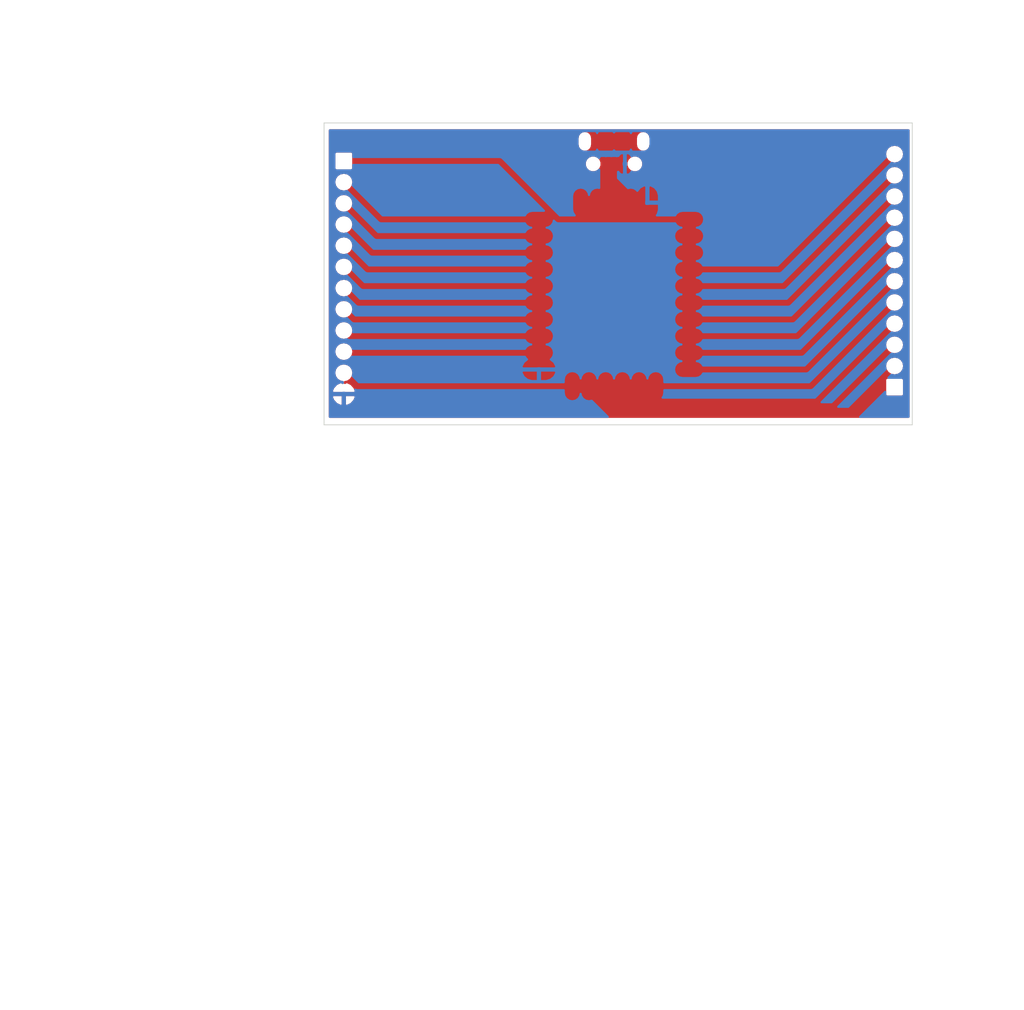
<source format=kicad_pcb>
(kicad_pcb (version 20171130) (host pcbnew 5.1.4-e60b266~84~ubuntu18.04.1)

  (general
    (thickness 1.6)
    (drawings 4)
    (tracks 0)
    (zones 0)
    (modules 0)
    (nets 2)
  )

  (page A3)
  (title_block
    (title "Sensory Adaptation Robot")
    (date 2016-03-10)
    (rev 0.1a)
    (company "Idle Hands Dev.")
    (comment 1 "Sean Hodgins")
  )

  (layers
    (0 F.Cu signal)
    (31 B.Cu signal)
    (32 B.Adhes user)
    (33 F.Adhes user)
    (34 B.Paste user)
    (35 F.Paste user)
    (36 B.SilkS user)
    (37 F.SilkS user)
    (38 B.Mask user)
    (39 F.Mask user)
    (40 Dwgs.User user)
    (41 Cmts.User user)
    (42 Eco1.User user)
    (43 Eco2.User user)
    (44 Edge.Cuts user)
    (45 Margin user)
    (46 B.CrtYd user)
    (47 F.CrtYd user)
    (48 B.Fab user hide)
    (49 F.Fab user hide)
  )

  (setup
    (last_trace_width 0.2)
    (user_trace_width 0.2)
    (user_trace_width 0.4)
    (user_trace_width 0.6)
    (user_trace_width 0.8)
    (user_trace_width 1)
    (trace_clearance 0.15)
    (zone_clearance 0.15)
    (zone_45_only no)
    (trace_min 0.2)
    (via_size 0.6)
    (via_drill 0.4)
    (via_min_size 0.4)
    (via_min_drill 0.2)
    (user_via 0.4 0.2)
    (user_via 0.5 0.4)
    (user_via 0.6 0.3)
    (user_via 0.89 0.5)
    (uvia_size 0.3)
    (uvia_drill 0.1)
    (uvias_allowed no)
    (uvia_min_size 0.2)
    (uvia_min_drill 0.1)
    (edge_width 0.1)
    (segment_width 0.1)
    (pcb_text_width 0.3)
    (pcb_text_size 1.5 1.5)
    (mod_edge_width 0.15)
    (mod_text_size 1 1)
    (mod_text_width 0.15)
    (pad_size 1.5 1.9)
    (pad_drill 0)
    (pad_to_mask_clearance 0)
    (aux_axis_origin 99.62 100.35)
    (grid_origin 99.62 100.35)
    (visible_elements 7FFFFE7F)
    (pcbplotparams
      (layerselection 0x010fc_80000001)
      (usegerberextensions false)
      (usegerberattributes false)
      (usegerberadvancedattributes false)
      (creategerberjobfile false)
      (excludeedgelayer true)
      (linewidth 0.100000)
      (plotframeref false)
      (viasonmask false)
      (mode 1)
      (useauxorigin false)
      (hpglpennumber 1)
      (hpglpenspeed 20)
      (hpglpendiameter 15.000000)
      (psnegative false)
      (psa4output false)
      (plotreference true)
      (plotvalue true)
      (plotinvisibletext false)
      (padsonsilk false)
      (subtractmaskfromsilk false)
      (outputformat 1)
      (mirror false)
      (drillshape 0)
      (scaleselection 1)
      (outputdirectory "gerbs/"))
  )

  (net 0 "")
  (net 1 GND)

  (net_class Default "This is the default net class."
    (clearance 0.15)
    (trace_width 0.2)
    (via_dia 0.6)
    (via_drill 0.4)
    (uvia_dia 0.3)
    (uvia_drill 0.1)
    (add_net GND)
  )

  (gr_line (start 170.74 64.79) (end 100.255 64.79) (layer Edge.Cuts) (width 0.1) (tstamp 5D69CE5A))
  (gr_line (start 170.74 100.985) (end 170.74 64.79) (layer Edge.Cuts) (width 0.1))
  (gr_line (start 100.255 100.985) (end 170.74 100.985) (layer Edge.Cuts) (width 0.1))
  (gr_line (start 100.255 64.79) (end 100.255 100.985) (layer Edge.Cuts) (width 0.1))

  (zone (net 1) (net_name GND) (layer F.Cu) (tstamp 0) (hatch edge 0.508)
    (connect_pads (clearance 0.15))
    (min_thickness 0.254)
    (fill yes (arc_segments 16) (thermal_gap 0.508) (thermal_bridge_width 0.508))
    (polygon
      (pts
        (xy 89.52 58.15) (xy 182.62 57.75) (xy 183.82 171.15) (xy 61.42 169.55) (xy 61.42 58.95)
        (xy 70.32 50.05)
      )
    )
    (filled_polygon
      (pts
        (xy 170.293 100.023) (xy 100.947 100.023) (xy 100.947 97.64689) (xy 101.178524 97.64689) (xy 101.348355 98.056924)
        (xy 101.738642 98.485183) (xy 102.263108 98.731486) (xy 102.493 98.610819) (xy 102.493 97.417) (xy 102.747 97.417)
        (xy 102.747 98.610819) (xy 102.976892 98.731486) (xy 103.501358 98.485183) (xy 103.891645 98.056924) (xy 104.061476 97.64689)
        (xy 103.940155 97.417) (xy 102.747 97.417) (xy 102.493 97.417) (xy 101.299845 97.417) (xy 101.178524 97.64689)
        (xy 100.947 97.64689) (xy 100.947 96.93311) (xy 101.178524 96.93311) (xy 101.299845 97.163) (xy 102.493 97.163)
        (xy 102.493 97.143) (xy 102.747 97.143) (xy 102.747 97.163) (xy 103.940155 97.163) (xy 104.061476 96.93311)
        (xy 103.891645 96.523076) (xy 103.501358 96.094817) (xy 102.976892 95.848514) (xy 102.747002 95.96918) (xy 102.747002 95.856129)
        (xy 103.073363 95.791212) (xy 103.329599 95.62) (xy 167.487574 95.62) (xy 167.487574 97.32) (xy 167.506889 97.42265)
        (xy 167.567555 97.516927) (xy 167.66012 97.580175) (xy 167.77 97.602426) (xy 169.47 97.602426) (xy 169.57265 97.583111)
        (xy 169.666927 97.522445) (xy 169.730175 97.42988) (xy 169.752426 97.32) (xy 169.752426 95.62) (xy 169.733111 95.51735)
        (xy 169.672445 95.423073) (xy 169.57988 95.359825) (xy 169.47 95.337574) (xy 167.77 95.337574) (xy 167.66735 95.356889)
        (xy 167.573073 95.417555) (xy 167.509825 95.51012) (xy 167.487574 95.62) (xy 103.329599 95.62) (xy 103.438988 95.546909)
        (xy 103.683291 95.181284) (xy 103.769079 94.75) (xy 103.683291 94.318716) (xy 103.438988 93.953091) (xy 103.40443 93.93)
        (xy 167.470921 93.93) (xy 167.556709 94.361284) (xy 167.801012 94.726909) (xy 168.166637 94.971212) (xy 168.597921 95.057)
        (xy 168.642079 95.057) (xy 169.073363 94.971212) (xy 169.438988 94.726909) (xy 169.683291 94.361284) (xy 169.769079 93.93)
        (xy 169.683291 93.498716) (xy 169.438988 93.133091) (xy 169.073363 92.888788) (xy 168.642079 92.803) (xy 168.597921 92.803)
        (xy 168.166637 92.888788) (xy 167.801012 93.133091) (xy 167.556709 93.498716) (xy 167.470921 93.93) (xy 103.40443 93.93)
        (xy 103.073363 93.708788) (xy 102.642079 93.623) (xy 102.597921 93.623) (xy 102.166637 93.708788) (xy 101.801012 93.953091)
        (xy 101.556709 94.318716) (xy 101.470921 94.75) (xy 101.556709 95.181284) (xy 101.801012 95.546909) (xy 102.166637 95.791212)
        (xy 102.492998 95.856129) (xy 102.492998 95.96918) (xy 102.263108 95.848514) (xy 101.738642 96.094817) (xy 101.348355 96.523076)
        (xy 101.178524 96.93311) (xy 100.947 96.93311) (xy 100.947 92.21) (xy 101.470921 92.21) (xy 101.556709 92.641284)
        (xy 101.801012 93.006909) (xy 102.166637 93.251212) (xy 102.597921 93.337) (xy 102.642079 93.337) (xy 103.073363 93.251212)
        (xy 103.438988 93.006909) (xy 103.683291 92.641284) (xy 103.769079 92.21) (xy 103.683291 91.778716) (xy 103.438988 91.413091)
        (xy 103.40443 91.39) (xy 167.470921 91.39) (xy 167.556709 91.821284) (xy 167.801012 92.186909) (xy 168.166637 92.431212)
        (xy 168.597921 92.517) (xy 168.642079 92.517) (xy 169.073363 92.431212) (xy 169.438988 92.186909) (xy 169.683291 91.821284)
        (xy 169.769079 91.39) (xy 169.683291 90.958716) (xy 169.438988 90.593091) (xy 169.073363 90.348788) (xy 168.642079 90.263)
        (xy 168.597921 90.263) (xy 168.166637 90.348788) (xy 167.801012 90.593091) (xy 167.556709 90.958716) (xy 167.470921 91.39)
        (xy 103.40443 91.39) (xy 103.073363 91.168788) (xy 102.642079 91.083) (xy 102.597921 91.083) (xy 102.166637 91.168788)
        (xy 101.801012 91.413091) (xy 101.556709 91.778716) (xy 101.470921 92.21) (xy 100.947 92.21) (xy 100.947 89.67)
        (xy 101.470921 89.67) (xy 101.556709 90.101284) (xy 101.801012 90.466909) (xy 102.166637 90.711212) (xy 102.597921 90.797)
        (xy 102.642079 90.797) (xy 103.073363 90.711212) (xy 103.438988 90.466909) (xy 103.683291 90.101284) (xy 103.769079 89.67)
        (xy 103.683291 89.238716) (xy 103.438988 88.873091) (xy 103.40443 88.85) (xy 167.470921 88.85) (xy 167.556709 89.281284)
        (xy 167.801012 89.646909) (xy 168.166637 89.891212) (xy 168.597921 89.977) (xy 168.642079 89.977) (xy 169.073363 89.891212)
        (xy 169.438988 89.646909) (xy 169.683291 89.281284) (xy 169.769079 88.85) (xy 169.683291 88.418716) (xy 169.438988 88.053091)
        (xy 169.073363 87.808788) (xy 168.642079 87.723) (xy 168.597921 87.723) (xy 168.166637 87.808788) (xy 167.801012 88.053091)
        (xy 167.556709 88.418716) (xy 167.470921 88.85) (xy 103.40443 88.85) (xy 103.073363 88.628788) (xy 102.642079 88.543)
        (xy 102.597921 88.543) (xy 102.166637 88.628788) (xy 101.801012 88.873091) (xy 101.556709 89.238716) (xy 101.470921 89.67)
        (xy 100.947 89.67) (xy 100.947 87.13) (xy 101.470921 87.13) (xy 101.556709 87.561284) (xy 101.801012 87.926909)
        (xy 102.166637 88.171212) (xy 102.597921 88.257) (xy 102.642079 88.257) (xy 103.073363 88.171212) (xy 103.438988 87.926909)
        (xy 103.683291 87.561284) (xy 103.769079 87.13) (xy 103.683291 86.698716) (xy 103.438988 86.333091) (xy 103.40443 86.31)
        (xy 167.470921 86.31) (xy 167.556709 86.741284) (xy 167.801012 87.106909) (xy 168.166637 87.351212) (xy 168.597921 87.437)
        (xy 168.642079 87.437) (xy 169.073363 87.351212) (xy 169.438988 87.106909) (xy 169.683291 86.741284) (xy 169.769079 86.31)
        (xy 169.683291 85.878716) (xy 169.438988 85.513091) (xy 169.073363 85.268788) (xy 168.642079 85.183) (xy 168.597921 85.183)
        (xy 168.166637 85.268788) (xy 167.801012 85.513091) (xy 167.556709 85.878716) (xy 167.470921 86.31) (xy 103.40443 86.31)
        (xy 103.073363 86.088788) (xy 102.642079 86.003) (xy 102.597921 86.003) (xy 102.166637 86.088788) (xy 101.801012 86.333091)
        (xy 101.556709 86.698716) (xy 101.470921 87.13) (xy 100.947 87.13) (xy 100.947 84.59) (xy 101.470921 84.59)
        (xy 101.556709 85.021284) (xy 101.801012 85.386909) (xy 102.166637 85.631212) (xy 102.597921 85.717) (xy 102.642079 85.717)
        (xy 103.073363 85.631212) (xy 103.438988 85.386909) (xy 103.683291 85.021284) (xy 103.769079 84.59) (xy 103.683291 84.158716)
        (xy 103.438988 83.793091) (xy 103.40443 83.77) (xy 167.470921 83.77) (xy 167.556709 84.201284) (xy 167.801012 84.566909)
        (xy 168.166637 84.811212) (xy 168.597921 84.897) (xy 168.642079 84.897) (xy 169.073363 84.811212) (xy 169.438988 84.566909)
        (xy 169.683291 84.201284) (xy 169.769079 83.77) (xy 169.683291 83.338716) (xy 169.438988 82.973091) (xy 169.073363 82.728788)
        (xy 168.642079 82.643) (xy 168.597921 82.643) (xy 168.166637 82.728788) (xy 167.801012 82.973091) (xy 167.556709 83.338716)
        (xy 167.470921 83.77) (xy 103.40443 83.77) (xy 103.073363 83.548788) (xy 102.642079 83.463) (xy 102.597921 83.463)
        (xy 102.166637 83.548788) (xy 101.801012 83.793091) (xy 101.556709 84.158716) (xy 101.470921 84.59) (xy 100.947 84.59)
        (xy 100.947 82.05) (xy 101.470921 82.05) (xy 101.556709 82.481284) (xy 101.801012 82.846909) (xy 102.166637 83.091212)
        (xy 102.597921 83.177) (xy 102.642079 83.177) (xy 103.073363 83.091212) (xy 103.438988 82.846909) (xy 103.683291 82.481284)
        (xy 103.769079 82.05) (xy 103.683291 81.618716) (xy 103.438988 81.253091) (xy 103.40443 81.23) (xy 167.470921 81.23)
        (xy 167.556709 81.661284) (xy 167.801012 82.026909) (xy 168.166637 82.271212) (xy 168.597921 82.357) (xy 168.642079 82.357)
        (xy 169.073363 82.271212) (xy 169.438988 82.026909) (xy 169.683291 81.661284) (xy 169.769079 81.23) (xy 169.683291 80.798716)
        (xy 169.438988 80.433091) (xy 169.073363 80.188788) (xy 168.642079 80.103) (xy 168.597921 80.103) (xy 168.166637 80.188788)
        (xy 167.801012 80.433091) (xy 167.556709 80.798716) (xy 167.470921 81.23) (xy 103.40443 81.23) (xy 103.073363 81.008788)
        (xy 102.642079 80.923) (xy 102.597921 80.923) (xy 102.166637 81.008788) (xy 101.801012 81.253091) (xy 101.556709 81.618716)
        (xy 101.470921 82.05) (xy 100.947 82.05) (xy 100.947 79.51) (xy 101.470921 79.51) (xy 101.556709 79.941284)
        (xy 101.801012 80.306909) (xy 102.166637 80.551212) (xy 102.597921 80.637) (xy 102.642079 80.637) (xy 103.073363 80.551212)
        (xy 103.438988 80.306909) (xy 103.683291 79.941284) (xy 103.769079 79.51) (xy 103.683291 79.078716) (xy 103.438988 78.713091)
        (xy 103.40443 78.69) (xy 167.470921 78.69) (xy 167.556709 79.121284) (xy 167.801012 79.486909) (xy 168.166637 79.731212)
        (xy 168.597921 79.817) (xy 168.642079 79.817) (xy 169.073363 79.731212) (xy 169.438988 79.486909) (xy 169.683291 79.121284)
        (xy 169.769079 78.69) (xy 169.683291 78.258716) (xy 169.438988 77.893091) (xy 169.073363 77.648788) (xy 168.642079 77.563)
        (xy 168.597921 77.563) (xy 168.166637 77.648788) (xy 167.801012 77.893091) (xy 167.556709 78.258716) (xy 167.470921 78.69)
        (xy 103.40443 78.69) (xy 103.073363 78.468788) (xy 102.642079 78.383) (xy 102.597921 78.383) (xy 102.166637 78.468788)
        (xy 101.801012 78.713091) (xy 101.556709 79.078716) (xy 101.470921 79.51) (xy 100.947 79.51) (xy 100.947 76.97)
        (xy 101.470921 76.97) (xy 101.556709 77.401284) (xy 101.801012 77.766909) (xy 102.166637 78.011212) (xy 102.597921 78.097)
        (xy 102.642079 78.097) (xy 103.073363 78.011212) (xy 103.438988 77.766909) (xy 103.683291 77.401284) (xy 103.769079 76.97)
        (xy 103.683291 76.538716) (xy 103.438988 76.173091) (xy 103.40443 76.15) (xy 167.470921 76.15) (xy 167.556709 76.581284)
        (xy 167.801012 76.946909) (xy 168.166637 77.191212) (xy 168.597921 77.277) (xy 168.642079 77.277) (xy 169.073363 77.191212)
        (xy 169.438988 76.946909) (xy 169.683291 76.581284) (xy 169.769079 76.15) (xy 169.683291 75.718716) (xy 169.438988 75.353091)
        (xy 169.073363 75.108788) (xy 168.642079 75.023) (xy 168.597921 75.023) (xy 168.166637 75.108788) (xy 167.801012 75.353091)
        (xy 167.556709 75.718716) (xy 167.470921 76.15) (xy 103.40443 76.15) (xy 103.073363 75.928788) (xy 102.642079 75.843)
        (xy 102.597921 75.843) (xy 102.166637 75.928788) (xy 101.801012 76.173091) (xy 101.556709 76.538716) (xy 101.470921 76.97)
        (xy 100.947 76.97) (xy 100.947 74.43) (xy 101.470921 74.43) (xy 101.556709 74.861284) (xy 101.801012 75.226909)
        (xy 102.166637 75.471212) (xy 102.597921 75.557) (xy 102.642079 75.557) (xy 103.073363 75.471212) (xy 103.438988 75.226909)
        (xy 103.683291 74.861284) (xy 103.769079 74.43) (xy 103.683291 73.998716) (xy 103.438988 73.633091) (xy 103.40443 73.61)
        (xy 167.470921 73.61) (xy 167.556709 74.041284) (xy 167.801012 74.406909) (xy 168.166637 74.651212) (xy 168.597921 74.737)
        (xy 168.642079 74.737) (xy 169.073363 74.651212) (xy 169.438988 74.406909) (xy 169.683291 74.041284) (xy 169.769079 73.61)
        (xy 169.683291 73.178716) (xy 169.438988 72.813091) (xy 169.073363 72.568788) (xy 168.642079 72.483) (xy 168.597921 72.483)
        (xy 168.166637 72.568788) (xy 167.801012 72.813091) (xy 167.556709 73.178716) (xy 167.470921 73.61) (xy 103.40443 73.61)
        (xy 103.073363 73.388788) (xy 102.642079 73.303) (xy 102.597921 73.303) (xy 102.166637 73.388788) (xy 101.801012 73.633091)
        (xy 101.556709 73.998716) (xy 101.470921 74.43) (xy 100.947 74.43) (xy 100.947 71.89) (xy 101.470921 71.89)
        (xy 101.556709 72.321284) (xy 101.801012 72.686909) (xy 102.166637 72.931212) (xy 102.597921 73.017) (xy 102.642079 73.017)
        (xy 103.073363 72.931212) (xy 103.438988 72.686909) (xy 103.683291 72.321284) (xy 103.769079 71.89) (xy 103.683291 71.458716)
        (xy 103.438988 71.093091) (xy 103.40443 71.07) (xy 167.470921 71.07) (xy 167.556709 71.501284) (xy 167.801012 71.866909)
        (xy 168.166637 72.111212) (xy 168.597921 72.197) (xy 168.642079 72.197) (xy 169.073363 72.111212) (xy 169.438988 71.866909)
        (xy 169.683291 71.501284) (xy 169.769079 71.07) (xy 169.683291 70.638716) (xy 169.438988 70.273091) (xy 169.073363 70.028788)
        (xy 168.642079 69.943) (xy 168.597921 69.943) (xy 168.166637 70.028788) (xy 167.801012 70.273091) (xy 167.556709 70.638716)
        (xy 167.470921 71.07) (xy 103.40443 71.07) (xy 103.073363 70.848788) (xy 102.642079 70.763) (xy 102.597921 70.763)
        (xy 102.166637 70.848788) (xy 101.801012 71.093091) (xy 101.556709 71.458716) (xy 101.470921 71.89) (xy 100.947 71.89)
        (xy 100.947 68.5) (xy 101.487574 68.5) (xy 101.487574 70.2) (xy 101.506889 70.30265) (xy 101.567555 70.396927)
        (xy 101.66012 70.460175) (xy 101.77 70.482426) (xy 103.47 70.482426) (xy 103.57265 70.463111) (xy 103.666927 70.402445)
        (xy 103.730175 70.30988) (xy 103.752426 70.2) (xy 103.752426 69.898436) (xy 131.497827 69.898436) (xy 131.650051 70.266846)
        (xy 131.931672 70.548959) (xy 132.299816 70.701825) (xy 132.698436 70.702173) (xy 133.066846 70.549949) (xy 133.348959 70.268328)
        (xy 133.501825 69.900184) (xy 133.501826 69.898436) (xy 136.497827 69.898436) (xy 136.650051 70.266846) (xy 136.931672 70.548959)
        (xy 137.299816 70.701825) (xy 137.698436 70.702173) (xy 138.066846 70.549949) (xy 138.348959 70.268328) (xy 138.501825 69.900184)
        (xy 138.502173 69.501564) (xy 138.349949 69.133154) (xy 138.068328 68.851041) (xy 137.700184 68.698175) (xy 137.301564 68.697827)
        (xy 136.933154 68.850051) (xy 136.651041 69.131672) (xy 136.498175 69.499816) (xy 136.497827 69.898436) (xy 133.501826 69.898436)
        (xy 133.502173 69.501564) (xy 133.349949 69.133154) (xy 133.068328 68.851041) (xy 132.700184 68.698175) (xy 132.301564 68.697827)
        (xy 131.933154 68.850051) (xy 131.651041 69.131672) (xy 131.498175 69.499816) (xy 131.497827 69.898436) (xy 103.752426 69.898436)
        (xy 103.752426 68.53) (xy 167.470921 68.53) (xy 167.556709 68.961284) (xy 167.801012 69.326909) (xy 168.166637 69.571212)
        (xy 168.597921 69.657) (xy 168.642079 69.657) (xy 169.073363 69.571212) (xy 169.438988 69.326909) (xy 169.683291 68.961284)
        (xy 169.769079 68.53) (xy 169.683291 68.098716) (xy 169.438988 67.733091) (xy 169.073363 67.488788) (xy 168.642079 67.403)
        (xy 168.597921 67.403) (xy 168.166637 67.488788) (xy 167.801012 67.733091) (xy 167.556709 68.098716) (xy 167.470921 68.53)
        (xy 103.752426 68.53) (xy 103.752426 68.5) (xy 103.733111 68.39735) (xy 103.672445 68.303073) (xy 103.57988 68.239825)
        (xy 103.47 68.217574) (xy 101.77 68.217574) (xy 101.66735 68.236889) (xy 101.573073 68.297555) (xy 101.509825 68.39012)
        (xy 101.487574 68.5) (xy 100.947 68.5) (xy 100.947 66.625962) (xy 130.623 66.625962) (xy 130.623 67.374038)
        (xy 130.689758 67.709651) (xy 130.879867 67.994171) (xy 131.164387 68.18428) (xy 131.5 68.251038) (xy 131.835613 68.18428)
        (xy 132.120133 67.994171) (xy 132.310242 67.709651) (xy 132.377 67.374038) (xy 132.377 66.625962) (xy 137.623 66.625962)
        (xy 137.623 67.374038) (xy 137.689758 67.709651) (xy 137.879867 67.994171) (xy 138.164387 68.18428) (xy 138.5 68.251038)
        (xy 138.835613 68.18428) (xy 139.120133 67.994171) (xy 139.310242 67.709651) (xy 139.377 67.374038) (xy 139.377 66.625962)
        (xy 139.310242 66.290349) (xy 139.120133 66.005829) (xy 138.835613 65.81572) (xy 138.5 65.748962) (xy 138.164387 65.81572)
        (xy 137.879867 66.005829) (xy 137.689758 66.290349) (xy 137.623 66.625962) (xy 132.377 66.625962) (xy 132.310242 66.290349)
        (xy 132.120133 66.005829) (xy 131.835613 65.81572) (xy 131.5 65.748962) (xy 131.164387 65.81572) (xy 130.879867 66.005829)
        (xy 130.689758 66.290349) (xy 130.623 66.625962) (xy 100.947 66.625962) (xy 100.947 65.677) (xy 170.293 65.677)
      )
    )
  )
  (zone (net 1) (net_name GND) (layer B.Cu) (tstamp 5AF8963C) (hatch edge 0.508)
    (connect_pads (clearance 0.15))
    (min_thickness 0.254)
    (fill yes (arc_segments 16) (thermal_gap 0.508) (thermal_bridge_width 0.508))
    (polygon
      (pts
        (xy 90.057229 58.15) (xy 182.770707 58.15) (xy 184.141483 170.95) (xy 61.957229 170.394144) (xy 61.957229 58.95)
        (xy 70.857229 50.05)
      )
    )
    (filled_polygon
      (pts
        (xy 170.293 100.023) (xy 164.49158 100.023) (xy 167.487574 97.027006) (xy 167.487574 97.32) (xy 167.506889 97.42265)
        (xy 167.567555 97.516927) (xy 167.66012 97.580175) (xy 167.77 97.602426) (xy 169.47 97.602426) (xy 169.57265 97.583111)
        (xy 169.666927 97.522445) (xy 169.730175 97.42988) (xy 169.752426 97.32) (xy 169.752426 95.62) (xy 169.733111 95.51735)
        (xy 169.672445 95.423073) (xy 169.57988 95.359825) (xy 169.47 95.337574) (xy 167.887006 95.337574) (xy 168.238978 94.985602)
        (xy 168.597921 95.057) (xy 168.642079 95.057) (xy 169.073363 94.971212) (xy 169.438988 94.726909) (xy 169.683291 94.361284)
        (xy 169.769079 93.93) (xy 169.683291 93.498716) (xy 169.438988 93.133091) (xy 169.073363 92.888788) (xy 168.642079 92.803)
        (xy 168.597921 92.803) (xy 168.166637 92.888788) (xy 167.801012 93.133091) (xy 167.556709 93.498716) (xy 167.470921 93.93)
        (xy 167.549646 94.325774) (xy 163.052388 98.823032) (xy 161.861548 98.823032) (xy 168.238978 92.445602) (xy 168.597921 92.517)
        (xy 168.642079 92.517) (xy 169.073363 92.431212) (xy 169.438988 92.186909) (xy 169.683291 91.821284) (xy 169.769079 91.39)
        (xy 169.683291 90.958716) (xy 169.438988 90.593091) (xy 169.073363 90.348788) (xy 168.642079 90.263) (xy 168.597921 90.263)
        (xy 168.166637 90.348788) (xy 167.801012 90.593091) (xy 167.556709 90.958716) (xy 167.470921 91.39) (xy 167.549646 91.785774)
        (xy 161.062399 98.273021) (xy 159.871559 98.273021) (xy 168.238978 89.905602) (xy 168.597921 89.977) (xy 168.642079 89.977)
        (xy 169.073363 89.891212) (xy 169.438988 89.646909) (xy 169.683291 89.281284) (xy 169.769079 88.85) (xy 169.683291 88.418716)
        (xy 169.438988 88.053091) (xy 169.073363 87.808788) (xy 168.642079 87.723) (xy 168.597921 87.723) (xy 168.166637 87.808788)
        (xy 167.801012 88.053091) (xy 167.556709 88.418716) (xy 167.470921 88.85) (xy 167.549646 89.245774) (xy 159.07241 97.72301)
        (xy 140.818409 97.72301) (xy 140.948824 97.527829) (xy 141.027 97.134813) (xy 141.027 96.827) (xy 158.58 96.827)
        (xy 158.76254 96.790691) (xy 158.91729 96.68729) (xy 168.238978 87.365602) (xy 168.597921 87.437) (xy 168.642079 87.437)
        (xy 169.073363 87.351212) (xy 169.438988 87.106909) (xy 169.683291 86.741284) (xy 169.769079 86.31) (xy 169.683291 85.878716)
        (xy 169.438988 85.513091) (xy 169.073363 85.268788) (xy 168.642079 85.183) (xy 168.597921 85.183) (xy 168.166637 85.268788)
        (xy 167.801012 85.513091) (xy 167.556709 85.878716) (xy 167.470921 86.31) (xy 167.549646 86.705774) (xy 158.38242 95.873)
        (xy 141.027 95.873) (xy 141.027 95.565187) (xy 140.948824 95.172171) (xy 140.726199 94.838988) (xy 140.393016 94.616363)
        (xy 140 94.538187) (xy 139.606984 94.616363) (xy 139.273801 94.838988) (xy 139.051176 95.172171) (xy 139 95.429449)
        (xy 138.948824 95.172171) (xy 138.726199 94.838988) (xy 138.393016 94.616363) (xy 138 94.538187) (xy 137.606984 94.616363)
        (xy 137.273801 94.838988) (xy 137.051176 95.172171) (xy 137 95.429449) (xy 136.948824 95.172171) (xy 136.726199 94.838988)
        (xy 136.393016 94.616363) (xy 136 94.538187) (xy 135.606984 94.616363) (xy 135.273801 94.838988) (xy 135.051176 95.172171)
        (xy 135 95.429449) (xy 134.948824 95.172171) (xy 134.726199 94.838988) (xy 134.393016 94.616363) (xy 134 94.538187)
        (xy 133.606984 94.616363) (xy 133.273801 94.838988) (xy 133.051176 95.172171) (xy 133 95.429449) (xy 132.948824 95.172171)
        (xy 132.726199 94.838988) (xy 132.393016 94.616363) (xy 132 94.538187) (xy 131.606984 94.616363) (xy 131.273801 94.838988)
        (xy 131.051176 95.172171) (xy 131 95.429449) (xy 130.948824 95.172171) (xy 130.726199 94.838988) (xy 130.393016 94.616363)
        (xy 130 94.538187) (xy 129.606984 94.616363) (xy 129.273801 94.838988) (xy 129.051176 95.172171) (xy 128.973 95.565187)
        (xy 128.973 95.873) (xy 104.41758 95.873) (xy 103.690354 95.145774) (xy 103.769079 94.75) (xy 103.75738 94.691185)
        (xy 123.907682 94.691185) (xy 123.921827 94.762684) (xy 124.180855 95.23954) (xy 124.602651 95.580972) (xy 125.123 95.735)
        (xy 125.873 95.735) (xy 125.873 94.477) (xy 126.127 94.477) (xy 126.127 95.735) (xy 126.877 95.735)
        (xy 127.397349 95.580972) (xy 127.819145 95.23954) (xy 128.078173 94.762684) (xy 128.092318 94.691185) (xy 127.969656 94.477)
        (xy 126.127 94.477) (xy 125.873 94.477) (xy 124.030344 94.477) (xy 123.907682 94.691185) (xy 103.75738 94.691185)
        (xy 103.683291 94.318716) (xy 103.438988 93.953091) (xy 103.073363 93.708788) (xy 102.642079 93.623) (xy 102.597921 93.623)
        (xy 102.166637 93.708788) (xy 101.801012 93.953091) (xy 101.556709 94.318716) (xy 101.470921 94.75) (xy 101.556709 95.181284)
        (xy 101.801012 95.546909) (xy 102.166637 95.791212) (xy 102.492998 95.856129) (xy 102.492998 95.96918) (xy 102.263108 95.848514)
        (xy 101.738642 96.094817) (xy 101.348355 96.523076) (xy 101.178524 96.93311) (xy 101.299845 97.163) (xy 102.493 97.163)
        (xy 102.493 97.143) (xy 102.747 97.143) (xy 102.747 97.163) (xy 103.940155 97.163) (xy 104.061476 96.93311)
        (xy 103.989106 96.758382) (xy 104.03746 96.790691) (xy 104.22 96.827) (xy 128.973 96.827) (xy 128.973 97.134813)
        (xy 129.051176 97.527829) (xy 129.273801 97.861012) (xy 129.606984 98.083637) (xy 130 98.161813) (xy 130.393016 98.083637)
        (xy 130.726199 97.861012) (xy 130.948824 97.527829) (xy 131 97.270551) (xy 131.051176 97.527829) (xy 131.273801 97.861012)
        (xy 131.606984 98.083637) (xy 132 98.161813) (xy 132.322987 98.097567) (xy 134.24842 100.023) (xy 100.947 100.023)
        (xy 100.947 97.64689) (xy 101.178524 97.64689) (xy 101.348355 98.056924) (xy 101.738642 98.485183) (xy 102.263108 98.731486)
        (xy 102.493 98.610819) (xy 102.493 97.417) (xy 102.747 97.417) (xy 102.747 98.610819) (xy 102.976892 98.731486)
        (xy 103.501358 98.485183) (xy 103.891645 98.056924) (xy 104.061476 97.64689) (xy 103.940155 97.417) (xy 102.747 97.417)
        (xy 102.493 97.417) (xy 101.299845 97.417) (xy 101.178524 97.64689) (xy 100.947 97.64689) (xy 100.947 71.89)
        (xy 101.470921 71.89) (xy 101.556709 72.321284) (xy 101.801012 72.686909) (xy 102.166637 72.931212) (xy 102.597921 73.017)
        (xy 102.642079 73.017) (xy 103.001022 72.945602) (xy 106.74271 76.68729) (xy 106.897459 76.790691) (xy 107.08 76.827)
        (xy 124.322479 76.827) (xy 124.488988 77.076199) (xy 124.822171 77.298824) (xy 125.079449 77.35) (xy 124.822171 77.401176)
        (xy 124.488988 77.623801) (xy 124.322479 77.873) (xy 106.73758 77.873) (xy 103.690354 74.825774) (xy 103.769079 74.43)
        (xy 103.683291 73.998716) (xy 103.438988 73.633091) (xy 103.073363 73.388788) (xy 102.642079 73.303) (xy 102.597921 73.303)
        (xy 102.166637 73.388788) (xy 101.801012 73.633091) (xy 101.556709 73.998716) (xy 101.470921 74.43) (xy 101.556709 74.861284)
        (xy 101.801012 75.226909) (xy 102.166637 75.471212) (xy 102.597921 75.557) (xy 102.642079 75.557) (xy 103.001022 75.485602)
        (xy 106.20271 78.68729) (xy 106.35746 78.790691) (xy 106.54 78.827) (xy 124.322479 78.827) (xy 124.488988 79.076199)
        (xy 124.822171 79.298824) (xy 125.079449 79.35) (xy 124.822171 79.401176) (xy 124.488988 79.623801) (xy 124.322479 79.873)
        (xy 106.19758 79.873) (xy 103.690354 77.365774) (xy 103.769079 76.97) (xy 103.683291 76.538716) (xy 103.438988 76.173091)
        (xy 103.073363 75.928788) (xy 102.642079 75.843) (xy 102.597921 75.843) (xy 102.166637 75.928788) (xy 101.801012 76.173091)
        (xy 101.556709 76.538716) (xy 101.470921 76.97) (xy 101.556709 77.401284) (xy 101.801012 77.766909) (xy 102.166637 78.011212)
        (xy 102.597921 78.097) (xy 102.642079 78.097) (xy 103.001022 78.025602) (xy 105.66271 80.68729) (xy 105.81746 80.790691)
        (xy 106 80.827) (xy 124.322479 80.827) (xy 124.488988 81.076199) (xy 124.822171 81.298824) (xy 125.079449 81.35)
        (xy 124.822171 81.401176) (xy 124.488988 81.623801) (xy 124.322479 81.873) (xy 105.65758 81.873) (xy 103.690354 79.905774)
        (xy 103.769079 79.51) (xy 103.683291 79.078716) (xy 103.438988 78.713091) (xy 103.073363 78.468788) (xy 102.642079 78.383)
        (xy 102.597921 78.383) (xy 102.166637 78.468788) (xy 101.801012 78.713091) (xy 101.556709 79.078716) (xy 101.470921 79.51)
        (xy 101.556709 79.941284) (xy 101.801012 80.306909) (xy 102.166637 80.551212) (xy 102.597921 80.637) (xy 102.642079 80.637)
        (xy 103.001022 80.565602) (xy 105.12271 82.68729) (xy 105.27746 82.790691) (xy 105.46 82.827) (xy 124.322479 82.827)
        (xy 124.488988 83.076199) (xy 124.822171 83.298824) (xy 125.079449 83.35) (xy 124.822171 83.401176) (xy 124.488988 83.623801)
        (xy 124.322479 83.873) (xy 105.11758 83.873) (xy 103.690354 82.445774) (xy 103.769079 82.05) (xy 103.683291 81.618716)
        (xy 103.438988 81.253091) (xy 103.073363 81.008788) (xy 102.642079 80.923) (xy 102.597921 80.923) (xy 102.166637 81.008788)
        (xy 101.801012 81.253091) (xy 101.556709 81.618716) (xy 101.470921 82.05) (xy 101.556709 82.481284) (xy 101.801012 82.846909)
        (xy 102.166637 83.091212) (xy 102.597921 83.177) (xy 102.642079 83.177) (xy 103.001022 83.105602) (xy 104.58271 84.68729)
        (xy 104.73746 84.790691) (xy 104.92 84.827) (xy 124.322479 84.827) (xy 124.488988 85.076199) (xy 124.822171 85.298824)
        (xy 125.079449 85.35) (xy 124.822171 85.401176) (xy 124.488988 85.623801) (xy 124.322479 85.873) (xy 104.57758 85.873)
        (xy 103.690354 84.985774) (xy 103.769079 84.59) (xy 103.683291 84.158716) (xy 103.438988 83.793091) (xy 103.073363 83.548788)
        (xy 102.642079 83.463) (xy 102.597921 83.463) (xy 102.166637 83.548788) (xy 101.801012 83.793091) (xy 101.556709 84.158716)
        (xy 101.470921 84.59) (xy 101.556709 85.021284) (xy 101.801012 85.386909) (xy 102.166637 85.631212) (xy 102.597921 85.717)
        (xy 102.642079 85.717) (xy 103.001022 85.645602) (xy 104.04271 86.68729) (xy 104.19746 86.790691) (xy 104.38 86.827)
        (xy 124.322479 86.827) (xy 124.488988 87.076199) (xy 124.822171 87.298824) (xy 125.079449 87.35) (xy 124.822171 87.401176)
        (xy 124.488988 87.623801) (xy 124.322479 87.873) (xy 104.03758 87.873) (xy 103.690354 87.525774) (xy 103.769079 87.13)
        (xy 103.683291 86.698716) (xy 103.438988 86.333091) (xy 103.073363 86.088788) (xy 102.642079 86.003) (xy 102.597921 86.003)
        (xy 102.166637 86.088788) (xy 101.801012 86.333091) (xy 101.556709 86.698716) (xy 101.470921 87.13) (xy 101.556709 87.561284)
        (xy 101.801012 87.926909) (xy 102.166637 88.171212) (xy 102.597921 88.257) (xy 102.642079 88.257) (xy 103.001022 88.185602)
        (xy 103.50271 88.68729) (xy 103.65746 88.790691) (xy 103.84 88.827) (xy 124.322479 88.827) (xy 124.488988 89.076199)
        (xy 124.822171 89.298824) (xy 125.079449 89.35) (xy 124.822171 89.401176) (xy 124.488988 89.623801) (xy 124.322479 89.873)
        (xy 103.7287 89.873) (xy 103.769079 89.67) (xy 103.683291 89.238716) (xy 103.438988 88.873091) (xy 103.073363 88.628788)
        (xy 102.642079 88.543) (xy 102.597921 88.543) (xy 102.166637 88.628788) (xy 101.801012 88.873091) (xy 101.556709 89.238716)
        (xy 101.470921 89.67) (xy 101.556709 90.101284) (xy 101.801012 90.466909) (xy 102.166637 90.711212) (xy 102.597921 90.797)
        (xy 102.642079 90.797) (xy 103.015683 90.722685) (xy 103.11746 90.790691) (xy 103.3 90.827) (xy 124.322479 90.827)
        (xy 124.488988 91.076199) (xy 124.822171 91.298824) (xy 125.079449 91.35) (xy 124.822171 91.401176) (xy 124.488988 91.623801)
        (xy 124.322479 91.873) (xy 103.702045 91.873) (xy 103.683291 91.778716) (xy 103.438988 91.413091) (xy 103.073363 91.168788)
        (xy 102.642079 91.083) (xy 102.597921 91.083) (xy 102.166637 91.168788) (xy 101.801012 91.413091) (xy 101.556709 91.778716)
        (xy 101.470921 92.21) (xy 101.556709 92.641284) (xy 101.801012 93.006909) (xy 102.166637 93.251212) (xy 102.597921 93.337)
        (xy 102.642079 93.337) (xy 103.073363 93.251212) (xy 103.438988 93.006909) (xy 103.559199 92.827) (xy 124.322479 92.827)
        (xy 124.488988 93.076199) (xy 124.580238 93.13717) (xy 124.180855 93.46046) (xy 123.921827 93.937316) (xy 123.907682 94.008815)
        (xy 124.030344 94.223) (xy 125.873 94.223) (xy 125.873 94.203) (xy 126.127 94.203) (xy 126.127 94.223)
        (xy 127.969656 94.223) (xy 128.092318 94.008815) (xy 128.078173 93.937316) (xy 127.819145 93.46046) (xy 127.419762 93.13717)
        (xy 127.511012 93.076199) (xy 127.733637 92.743016) (xy 127.811813 92.35) (xy 127.733637 91.956984) (xy 127.511012 91.623801)
        (xy 127.177829 91.401176) (xy 126.920551 91.35) (xy 127.177829 91.298824) (xy 127.511012 91.076199) (xy 127.733637 90.743016)
        (xy 127.811813 90.35) (xy 127.733637 89.956984) (xy 127.511012 89.623801) (xy 127.177829 89.401176) (xy 126.920551 89.35)
        (xy 127.177829 89.298824) (xy 127.511012 89.076199) (xy 127.733637 88.743016) (xy 127.811813 88.35) (xy 127.733637 87.956984)
        (xy 127.511012 87.623801) (xy 127.177829 87.401176) (xy 126.920551 87.35) (xy 127.177829 87.298824) (xy 127.511012 87.076199)
        (xy 127.733637 86.743016) (xy 127.811813 86.35) (xy 127.733637 85.956984) (xy 127.511012 85.623801) (xy 127.177829 85.401176)
        (xy 126.920551 85.35) (xy 127.177829 85.298824) (xy 127.511012 85.076199) (xy 127.733637 84.743016) (xy 127.811813 84.35)
        (xy 127.733637 83.956984) (xy 127.511012 83.623801) (xy 127.177829 83.401176) (xy 126.920551 83.35) (xy 127.177829 83.298824)
        (xy 127.511012 83.076199) (xy 127.733637 82.743016) (xy 127.811813 82.35) (xy 127.733637 81.956984) (xy 127.511012 81.623801)
        (xy 127.177829 81.401176) (xy 126.920551 81.35) (xy 127.177829 81.298824) (xy 127.511012 81.076199) (xy 127.733637 80.743016)
        (xy 127.811813 80.35) (xy 127.733637 79.956984) (xy 127.511012 79.623801) (xy 127.177829 79.401176) (xy 126.920551 79.35)
        (xy 127.177829 79.298824) (xy 127.511012 79.076199) (xy 127.733637 78.743016) (xy 127.811813 78.35) (xy 127.733637 77.956984)
        (xy 127.511012 77.623801) (xy 127.177829 77.401176) (xy 126.920551 77.35) (xy 127.177829 77.298824) (xy 127.511012 77.076199)
        (xy 127.733637 76.743016) (xy 127.781826 76.500757) (xy 127.968359 76.68729) (xy 128.123109 76.790691) (xy 128.305649 76.827)
        (xy 142.322479 76.827) (xy 142.488988 77.076199) (xy 142.822171 77.298824) (xy 143.079449 77.35) (xy 142.822171 77.401176)
        (xy 142.488988 77.623801) (xy 142.266363 77.956984) (xy 142.188187 78.35) (xy 142.266363 78.743016) (xy 142.488988 79.076199)
        (xy 142.822171 79.298824) (xy 143.079449 79.35) (xy 142.822171 79.401176) (xy 142.488988 79.623801) (xy 142.266363 79.956984)
        (xy 142.188187 80.35) (xy 142.266363 80.743016) (xy 142.488988 81.076199) (xy 142.822171 81.298824) (xy 143.079449 81.35)
        (xy 142.822171 81.401176) (xy 142.488988 81.623801) (xy 142.266363 81.956984) (xy 142.188187 82.35) (xy 142.266363 82.743016)
        (xy 142.488988 83.076199) (xy 142.822171 83.298824) (xy 143.079449 83.35) (xy 142.822171 83.401176) (xy 142.488988 83.623801)
        (xy 142.266363 83.956984) (xy 142.188187 84.35) (xy 142.266363 84.743016) (xy 142.488988 85.076199) (xy 142.822171 85.298824)
        (xy 143.079449 85.35) (xy 142.822171 85.401176) (xy 142.488988 85.623801) (xy 142.266363 85.956984) (xy 142.188187 86.35)
        (xy 142.266363 86.743016) (xy 142.488988 87.076199) (xy 142.822171 87.298824) (xy 143.079449 87.35) (xy 142.822171 87.401176)
        (xy 142.488988 87.623801) (xy 142.266363 87.956984) (xy 142.188187 88.35) (xy 142.266363 88.743016) (xy 142.488988 89.076199)
        (xy 142.822171 89.298824) (xy 143.079449 89.35) (xy 142.822171 89.401176) (xy 142.488988 89.623801) (xy 142.266363 89.956984)
        (xy 142.188187 90.35) (xy 142.266363 90.743016) (xy 142.488988 91.076199) (xy 142.822171 91.298824) (xy 143.079449 91.35)
        (xy 142.822171 91.401176) (xy 142.488988 91.623801) (xy 142.266363 91.956984) (xy 142.188187 92.35) (xy 142.266363 92.743016)
        (xy 142.488988 93.076199) (xy 142.822171 93.298824) (xy 143.079449 93.35) (xy 142.822171 93.401176) (xy 142.488988 93.623801)
        (xy 142.266363 93.956984) (xy 142.188187 94.35) (xy 142.266363 94.743016) (xy 142.488988 95.076199) (xy 142.822171 95.298824)
        (xy 143.215187 95.377) (xy 144.784813 95.377) (xy 145.177829 95.298824) (xy 145.511012 95.076199) (xy 145.677521 94.827)
        (xy 158.04 94.827) (xy 158.22254 94.790691) (xy 158.37729 94.68729) (xy 168.238978 84.825602) (xy 168.597921 84.897)
        (xy 168.642079 84.897) (xy 169.073363 84.811212) (xy 169.438988 84.566909) (xy 169.683291 84.201284) (xy 169.769079 83.77)
        (xy 169.683291 83.338716) (xy 169.438988 82.973091) (xy 169.073363 82.728788) (xy 168.642079 82.643) (xy 168.597921 82.643)
        (xy 168.166637 82.728788) (xy 167.801012 82.973091) (xy 167.556709 83.338716) (xy 167.470921 83.77) (xy 167.549646 84.165774)
        (xy 157.84242 93.873) (xy 145.677521 93.873) (xy 145.511012 93.623801) (xy 145.177829 93.401176) (xy 144.920551 93.35)
        (xy 145.177829 93.298824) (xy 145.511012 93.076199) (xy 145.677521 92.827) (xy 157.5 92.827) (xy 157.68254 92.790691)
        (xy 157.83729 92.68729) (xy 168.238978 82.285602) (xy 168.597921 82.357) (xy 168.642079 82.357) (xy 169.073363 82.271212)
        (xy 169.438988 82.026909) (xy 169.683291 81.661284) (xy 169.769079 81.23) (xy 169.683291 80.798716) (xy 169.438988 80.433091)
        (xy 169.073363 80.188788) (xy 168.642079 80.103) (xy 168.597921 80.103) (xy 168.166637 80.188788) (xy 167.801012 80.433091)
        (xy 167.556709 80.798716) (xy 167.470921 81.23) (xy 167.549646 81.625774) (xy 157.30242 91.873) (xy 145.677521 91.873)
        (xy 145.511012 91.623801) (xy 145.177829 91.401176) (xy 144.920551 91.35) (xy 145.177829 91.298824) (xy 145.511012 91.076199)
        (xy 145.677521 90.827) (xy 156.96 90.827) (xy 157.14254 90.790691) (xy 157.29729 90.68729) (xy 168.238978 79.745602)
        (xy 168.597921 79.817) (xy 168.642079 79.817) (xy 169.073363 79.731212) (xy 169.438988 79.486909) (xy 169.683291 79.121284)
        (xy 169.769079 78.69) (xy 169.683291 78.258716) (xy 169.438988 77.893091) (xy 169.073363 77.648788) (xy 168.642079 77.563)
        (xy 168.597921 77.563) (xy 168.166637 77.648788) (xy 167.801012 77.893091) (xy 167.556709 78.258716) (xy 167.470921 78.69)
        (xy 167.549646 79.085774) (xy 156.76242 89.873) (xy 145.677521 89.873) (xy 145.511012 89.623801) (xy 145.177829 89.401176)
        (xy 144.920551 89.35) (xy 145.177829 89.298824) (xy 145.511012 89.076199) (xy 145.677521 88.827) (xy 156.42 88.827)
        (xy 156.60254 88.790691) (xy 156.75729 88.68729) (xy 168.238978 77.205602) (xy 168.597921 77.277) (xy 168.642079 77.277)
        (xy 169.073363 77.191212) (xy 169.438988 76.946909) (xy 169.683291 76.581284) (xy 169.769079 76.15) (xy 169.683291 75.718716)
        (xy 169.438988 75.353091) (xy 169.073363 75.108788) (xy 168.642079 75.023) (xy 168.597921 75.023) (xy 168.166637 75.108788)
        (xy 167.801012 75.353091) (xy 167.556709 75.718716) (xy 167.470921 76.15) (xy 167.549646 76.545774) (xy 156.22242 87.873)
        (xy 145.677521 87.873) (xy 145.511012 87.623801) (xy 145.177829 87.401176) (xy 144.920551 87.35) (xy 145.177829 87.298824)
        (xy 145.511012 87.076199) (xy 145.677521 86.827) (xy 155.88 86.827) (xy 156.06254 86.790691) (xy 156.21729 86.68729)
        (xy 168.238978 74.665602) (xy 168.597921 74.737) (xy 168.642079 74.737) (xy 169.073363 74.651212) (xy 169.438988 74.406909)
        (xy 169.683291 74.041284) (xy 169.769079 73.61) (xy 169.683291 73.178716) (xy 169.438988 72.813091) (xy 169.073363 72.568788)
        (xy 168.642079 72.483) (xy 168.597921 72.483) (xy 168.166637 72.568788) (xy 167.801012 72.813091) (xy 167.556709 73.178716)
        (xy 167.470921 73.61) (xy 167.549646 74.005774) (xy 155.68242 85.873) (xy 145.677521 85.873) (xy 145.511012 85.623801)
        (xy 145.177829 85.401176) (xy 144.920551 85.35) (xy 145.177829 85.298824) (xy 145.511012 85.076199) (xy 145.677521 84.827)
        (xy 155.34 84.827) (xy 155.52254 84.790691) (xy 155.67729 84.68729) (xy 168.238978 72.125602) (xy 168.597921 72.197)
        (xy 168.642079 72.197) (xy 169.073363 72.111212) (xy 169.438988 71.866909) (xy 169.683291 71.501284) (xy 169.769079 71.07)
        (xy 169.683291 70.638716) (xy 169.438988 70.273091) (xy 169.073363 70.028788) (xy 168.642079 69.943) (xy 168.597921 69.943)
        (xy 168.166637 70.028788) (xy 167.801012 70.273091) (xy 167.556709 70.638716) (xy 167.470921 71.07) (xy 167.549646 71.465774)
        (xy 155.14242 83.873) (xy 145.677521 83.873) (xy 145.511012 83.623801) (xy 145.177829 83.401176) (xy 144.920551 83.35)
        (xy 145.177829 83.298824) (xy 145.511012 83.076199) (xy 145.677521 82.827) (xy 154.8 82.827) (xy 154.98254 82.790691)
        (xy 155.13729 82.68729) (xy 168.238978 69.585602) (xy 168.597921 69.657) (xy 168.642079 69.657) (xy 169.073363 69.571212)
        (xy 169.438988 69.326909) (xy 169.683291 68.961284) (xy 169.769079 68.53) (xy 169.683291 68.098716) (xy 169.438988 67.733091)
        (xy 169.073363 67.488788) (xy 168.642079 67.403) (xy 168.597921 67.403) (xy 168.166637 67.488788) (xy 167.801012 67.733091)
        (xy 167.556709 68.098716) (xy 167.470921 68.53) (xy 167.549646 68.925774) (xy 154.60242 81.873) (xy 145.677521 81.873)
        (xy 145.511012 81.623801) (xy 145.177829 81.401176) (xy 144.920551 81.35) (xy 145.177829 81.298824) (xy 145.511012 81.076199)
        (xy 145.733637 80.743016) (xy 145.811813 80.35) (xy 145.733637 79.956984) (xy 145.511012 79.623801) (xy 145.177829 79.401176)
        (xy 144.920551 79.35) (xy 145.177829 79.298824) (xy 145.511012 79.076199) (xy 145.733637 78.743016) (xy 145.811813 78.35)
        (xy 145.733637 77.956984) (xy 145.511012 77.623801) (xy 145.177829 77.401176) (xy 144.920551 77.35) (xy 145.177829 77.298824)
        (xy 145.511012 77.076199) (xy 145.733637 76.743016) (xy 145.811813 76.35) (xy 145.733637 75.956984) (xy 145.511012 75.623801)
        (xy 145.177829 75.401176) (xy 144.784813 75.323) (xy 143.215187 75.323) (xy 142.822171 75.401176) (xy 142.488988 75.623801)
        (xy 142.322479 75.873) (xy 140.129261 75.873) (xy 140.230972 75.747349) (xy 140.385 75.227) (xy 140.385 74.477)
        (xy 139.127 74.477) (xy 139.127 74.497) (xy 138.873 74.497) (xy 138.873 74.477) (xy 138.853 74.477)
        (xy 138.853 74.223) (xy 138.873 74.223) (xy 138.873 72.380344) (xy 139.127 72.380344) (xy 139.127 74.223)
        (xy 140.385 74.223) (xy 140.385 73.473) (xy 140.230972 72.952651) (xy 139.88954 72.530855) (xy 139.412684 72.271827)
        (xy 139.341185 72.257682) (xy 139.127 72.380344) (xy 138.873 72.380344) (xy 138.658815 72.257682) (xy 138.587316 72.271827)
        (xy 138.11046 72.530855) (xy 137.78717 72.930238) (xy 137.726199 72.838988) (xy 137.393016 72.616363) (xy 137 72.538187)
        (xy 136.677013 72.602433) (xy 135.477 71.40242) (xy 135.477 70.657426) (xy 135.529665 70.657426) (xy 135.561673 70.734699)
        (xy 135.740302 70.913327) (xy 135.973691 71.01) (xy 136.04125 71.01) (xy 136.2 70.85125) (xy 136.2 69.827)
        (xy 136.153 69.827) (xy 136.153 69.573) (xy 136.2 69.573) (xy 136.2 68.54875) (xy 136.4 68.54875)
        (xy 136.4 69.573) (xy 136.447 69.573) (xy 136.447 69.827) (xy 136.4 69.827) (xy 136.4 70.85125)
        (xy 136.55875 71.01) (xy 136.626309 71.01) (xy 136.859698 70.913327) (xy 137.038327 70.734699) (xy 137.08832 70.614005)
        (xy 137.299816 70.701825) (xy 137.698436 70.702173) (xy 138.066846 70.549949) (xy 138.348959 70.268328) (xy 138.501825 69.900184)
        (xy 138.502173 69.501564) (xy 138.349949 69.133154) (xy 138.068328 68.851041) (xy 137.700184 68.698175) (xy 137.301564 68.697827)
        (xy 137.0883 68.785946) (xy 137.038327 68.665301) (xy 136.859698 68.486673) (xy 136.626309 68.39) (xy 136.55875 68.39)
        (xy 136.4 68.54875) (xy 136.2 68.54875) (xy 136.04125 68.39) (xy 135.973691 68.39) (xy 135.740302 68.486673)
        (xy 135.561673 68.665301) (xy 135.529665 68.742574) (xy 135.45 68.742574) (xy 135.34735 68.761889) (xy 135.32584 68.77573)
        (xy 135.30988 68.764825) (xy 135.2 68.742574) (xy 134.8 68.742574) (xy 134.69735 68.761889) (xy 134.67584 68.77573)
        (xy 134.65988 68.764825) (xy 134.55 68.742574) (xy 134.15 68.742574) (xy 134.04735 68.761889) (xy 134.02584 68.77573)
        (xy 134.00988 68.764825) (xy 133.9 68.742574) (xy 133.5 68.742574) (xy 133.39735 68.761889) (xy 133.303073 68.822555)
        (xy 133.239825 68.91512) (xy 133.221691 69.004672) (xy 133.068328 68.851041) (xy 132.700184 68.698175) (xy 132.301564 68.697827)
        (xy 131.933154 68.850051) (xy 131.651041 69.131672) (xy 131.498175 69.499816) (xy 131.497827 69.898436) (xy 131.650051 70.266846)
        (xy 131.931672 70.548959) (xy 132.299816 70.701825) (xy 132.698436 70.702173) (xy 133.066846 70.549949) (xy 133.221452 70.395612)
        (xy 133.223 70.403837) (xy 133.223 72.582545) (xy 133 72.538187) (xy 132.606984 72.616363) (xy 132.273801 72.838988)
        (xy 132.051176 73.172171) (xy 132 73.429449) (xy 131.948824 73.172171) (xy 131.726199 72.838988) (xy 131.393016 72.616363)
        (xy 131 72.538187) (xy 130.606984 72.616363) (xy 130.273801 72.838988) (xy 130.051176 73.172171) (xy 129.973 73.565187)
        (xy 129.973 75.134813) (xy 130.051176 75.527829) (xy 130.273801 75.861012) (xy 130.291742 75.873) (xy 128.503229 75.873)
        (xy 121.642939 69.01271) (xy 121.488189 68.909309) (xy 121.305649 68.873) (xy 103.752426 68.873) (xy 103.752426 68.5)
        (xy 103.733111 68.39735) (xy 103.672445 68.303073) (xy 103.57988 68.239825) (xy 103.47 68.217574) (xy 101.77 68.217574)
        (xy 101.66735 68.236889) (xy 101.573073 68.297555) (xy 101.509825 68.39012) (xy 101.487574 68.5) (xy 101.487574 70.2)
        (xy 101.506889 70.30265) (xy 101.567555 70.396927) (xy 101.66012 70.460175) (xy 101.77 70.482426) (xy 103.47 70.482426)
        (xy 103.57265 70.463111) (xy 103.666927 70.402445) (xy 103.730175 70.30988) (xy 103.752426 70.2) (xy 103.752426 69.827)
        (xy 121.108069 69.827) (xy 126.604069 75.323) (xy 125.215187 75.323) (xy 124.822171 75.401176) (xy 124.488988 75.623801)
        (xy 124.322479 75.873) (xy 107.27758 75.873) (xy 103.690354 72.285774) (xy 103.769079 71.89) (xy 103.683291 71.458716)
        (xy 103.438988 71.093091) (xy 103.073363 70.848788) (xy 102.642079 70.763) (xy 102.597921 70.763) (xy 102.166637 70.848788)
        (xy 101.801012 71.093091) (xy 101.556709 71.458716) (xy 101.470921 71.89) (xy 100.947 71.89) (xy 100.947 66.625962)
        (xy 130.623 66.625962) (xy 130.623 67.374038) (xy 130.689758 67.709651) (xy 130.879867 67.994171) (xy 131.164387 68.18428)
        (xy 131.5 68.251038) (xy 131.593568 68.232426) (xy 132.7 68.232426) (xy 132.80265 68.213111) (xy 132.896927 68.152445)
        (xy 132.960175 68.05988) (xy 132.974727 67.988017) (xy 132.986889 68.05265) (xy 133.047555 68.146927) (xy 133.14012 68.210175)
        (xy 133.25 68.232426) (xy 134.75 68.232426) (xy 134.85265 68.213111) (xy 134.946927 68.152445) (xy 135.000579 68.073924)
        (xy 135.047555 68.146927) (xy 135.14012 68.210175) (xy 135.25 68.232426) (xy 136.75 68.232426) (xy 136.85265 68.213111)
        (xy 136.946927 68.152445) (xy 137.010175 68.05988) (xy 137.024727 67.988017) (xy 137.036889 68.05265) (xy 137.097555 68.146927)
        (xy 137.19012 68.210175) (xy 137.3 68.232426) (xy 138.406432 68.232426) (xy 138.5 68.251038) (xy 138.835613 68.18428)
        (xy 139.120133 67.994171) (xy 139.310242 67.709651) (xy 139.377 67.374038) (xy 139.377 66.625962) (xy 139.310242 66.290349)
        (xy 139.120133 66.005829) (xy 138.835613 65.81572) (xy 138.5 65.748962) (xy 138.406432 65.767574) (xy 137.3 65.767574)
        (xy 137.19735 65.786889) (xy 137.103073 65.847555) (xy 137.039825 65.94012) (xy 137.025273 66.011983) (xy 137.013111 65.94735)
        (xy 136.952445 65.853073) (xy 136.85988 65.789825) (xy 136.75 65.767574) (xy 135.25 65.767574) (xy 135.14735 65.786889)
        (xy 135.053073 65.847555) (xy 134.999421 65.926076) (xy 134.952445 65.853073) (xy 134.85988 65.789825) (xy 134.75 65.767574)
        (xy 133.25 65.767574) (xy 133.14735 65.786889) (xy 133.053073 65.847555) (xy 132.989825 65.94012) (xy 132.975273 66.011983)
        (xy 132.963111 65.94735) (xy 132.902445 65.853073) (xy 132.80988 65.789825) (xy 132.7 65.767574) (xy 131.593568 65.767574)
        (xy 131.5 65.748962) (xy 131.164387 65.81572) (xy 130.879867 66.005829) (xy 130.689758 66.290349) (xy 130.623 66.625962)
        (xy 100.947 66.625962) (xy 100.947 65.677) (xy 170.293 65.677)
      )
    )
  )
)

</source>
